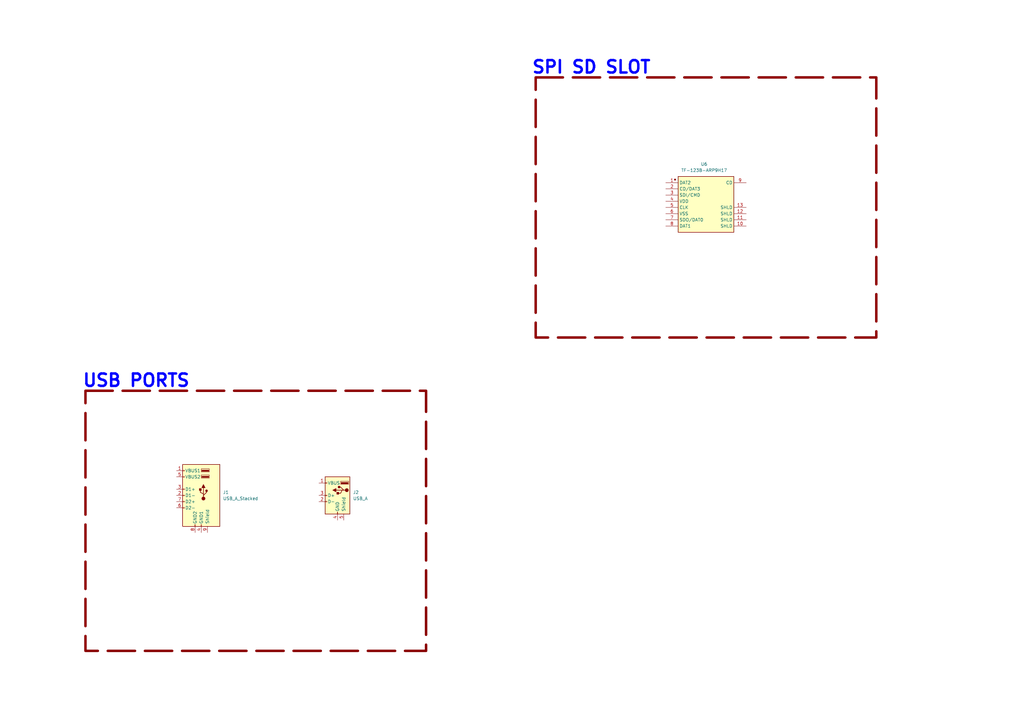
<source format=kicad_sch>
(kicad_sch (version 20250114) (generator "eeschema") (generator_version "9.0")
  (paper "A3")
  (title_block (title "ThingsGate-1") (rev "1"))
  (lib_symbols
    (symbol "ThingsGate-1:TF-123B-ARP9H17"
      (property "Reference" "U6" (at -0.762 27.94 0))
      (property "Value" "TF-123B-ARP9H17" (at -0.762 25.4 0))
      (symbol "TF-123B-ARP9H17_0_0"
        (circle (center -12.7 21.59) (radius 0.254) (stroke (width 0.254)) (fill (type outline)))
        (pin unspecified line (at -16.51 20.32 0) (length 5.08) (name "DAT2") (number "1"))
        (pin unspecified line (at -16.51 17.78 0) (length 5.08) (name "CD/DAT3") (number "2"))
        (pin unspecified line (at -16.51 12.7 0) (length 5.08) (name "VDD") (number "4"))
        (pin unspecified line (at -16.51 10.16 0) (length 5.08) (name "CLK") (number "5"))
        (pin unspecified line (at -16.51 7.62 0) (length 5.08) (name "VSS") (number "6"))
        (pin unspecified line (at -16.51 2.54 0) (length 5.08) (name "DAT1") (number "8"))
        (pin unspecified line (at 16.51 7.62 180) (length 5.08) (name "SHLD") (number "12"))
        (pin unspecified line (at 16.51 5.08 180) (length 5.08) (name "SHLD") (number "11"))
        (pin unspecified line (at 16.51 2.54 180) (length 5.08) (name "SHLD") (number "10"))
      )
      (symbol "TF-123B-ARP9H17_1_0"
        (rectangle (start -11.43 22.86) (end 11.43 0) (stroke (width 0.254)) (fill (type background)))
        (pin unspecified line (at -16.51 15.24 0) (length 5.08) (name "SDI/CMD") (number "3"))
        (pin unspecified line (at -16.51 5.08 0) (length 5.08) (name "SDO/DAT0") (number "7"))
        (pin unspecified line (at 16.51 20.32 180) (length 5.08) (name "CD") (number "9"))
        (pin unspecified line (at 16.51 10.16 180) (length 5.08) (name "SHLD") (number "13"))
      )
    )
    (symbol "ThingsGate-1:USB_A" (pin_names (offset 1.016))
      (property "Reference" "J" (at -5.08 11.43 0))
      (property "Value" "USB_A" (at -5.08 8.89 0))
      (symbol "USB_A_0_1"
        (rectangle (start -5.08 7.62) (end 5.08 -7.62) (stroke (width 0.254)) (fill (type background)))
        (circle (center -3.81 2.159) (radius 0.635) (stroke (width 0.254)) (fill (type outline)))
        (polyline (pts (xy -3.175 2.159) (xy -2.54 2.159) (xy -1.27 3.429) (xy -0.635 3.429)) (stroke (width 0.254)))
        (polyline (pts (xy -2.54 2.159) (xy -1.905 2.159) (xy -1.27 0.889) (xy 0 0.889)) (stroke (width 0.254)))
        (rectangle (start -1.524 4.826) (end -4.318 5.334) (fill (type outline)))
        (rectangle (start -1.27 4.572) (end -4.572 5.842))
        (circle (center -0.635 3.429) (radius 0.381) (stroke (width 0.254)) (fill (type outline)))
        (rectangle (start -0.127 -7.62) (end 0.127 -6.858))
        (rectangle (start 0.254 1.27) (end -0.508 0.508) (stroke (width 0.254)) (fill (type outline)))
        (polyline (pts (xy 0.635 2.794) (xy 0.635 1.524) (xy 1.905 2.159) (xy 0.635 2.794)) (stroke (width 0.254)) (fill (type outline)))
        (rectangle (start 5.08 4.953) (end 4.318 5.207))
        (rectangle (start 5.08 -0.127) (end 4.318 0.127))
        (rectangle (start 5.08 -2.667) (end 4.318 -2.413))
      )
      (symbol "USB_A_1_1"
        (polyline (pts (xy -1.905 2.159) (xy 0.635 2.159)) (stroke (width 0.254)))
        (pin passive line (at -2.54 -10.16 90) (length 2.54) (name "Shield") (number "5"))
        (pin power_in line (at 0 -10.16 90) (length 2.54) (name "GND") (number "4"))
        (pin power_in line (at 7.62 5.08 180) (length 2.54) (name "VBUS") (number "1"))
        (pin bidirectional line (at 7.62 0 180) (length 2.54) (name "D+") (number "3"))
        (pin bidirectional line (at 7.62 -2.54 180) (length 2.54) (name "D-") (number "2"))
      )
    )
    (symbol "ThingsGate-1:USB_A_Stacked" (pin_names (offset 1.016))
      (property "Reference" "J" (at 0 15.875 0))
      (property "Value" "USB_A_Stacked" (at 0 13.97 0))
      (symbol "USB_A_Stacked_0_1"
        (rectangle (start -7.62 12.7) (end 7.62 -12.7) (stroke (width 0.254)) (fill (type background)))
        (circle (center -2.159 1.905) (radius 0.381) (stroke (width 0.254)) (fill (type outline)))
        (polyline (pts (xy -1.524 3.175) (xy -0.254 3.175) (xy -0.889 4.445) (xy -1.524 3.175)) (stroke (width 0.254)) (fill (type outline)))
        (polyline (pts (xy -0.889 0) (xy -0.889 0.635) (xy 0.381 1.27) (xy 0.381 2.54)) (stroke (width 0.254)))
        (polyline (pts (xy -0.889 -0.635) (xy -0.889 0) (xy -2.159 1.27) (xy -2.159 1.905)) (stroke (width 0.254)))
        (circle (center -0.889 -1.27) (radius 0.635) (stroke (width 0.254)) (fill (type outline)))
        (rectangle (start -0.254 9.906) (end -3.048 10.414) (fill (type outline)))
        (rectangle (start -0.254 7.366) (end -3.048 7.874) (fill (type outline)))
        (rectangle (start -0.127 -12.7) (end 0.127 -11.938))
        (rectangle (start 0 9.652) (end -3.302 10.922))
        (rectangle (start 0 7.112) (end -3.302 8.382))
        (rectangle (start 0 2.794) (end 0.762 2.032) (stroke (width 0.254)) (fill (type outline)))
        (rectangle (start 2.413 -12.7) (end 2.667 -11.938))
        (rectangle (start 7.62 10.033) (end 6.858 10.287))
        (rectangle (start 7.62 7.493) (end 6.858 7.747))
        (rectangle (start 7.62 2.413) (end 6.858 2.667))
        (rectangle (start 7.62 -0.127) (end 6.858 0.127))
        (rectangle (start 7.62 -2.667) (end 6.858 -2.413))
        (rectangle (start 7.62 -5.207) (end 6.858 -4.953))
      )
      (symbol "USB_A_Stacked_1_1"
        (polyline (pts (xy -0.889 0.635) (xy -0.889 3.175)) (stroke (width 0.254)))
        (pin passive line (at -2.54 -15.24 90) (length 2.54) (name "Shield") (number "9"))
        (pin power_in line (at 0 -15.24 90) (length 2.54) (name "GND1") (number "4"))
        (pin power_in line (at 2.54 -15.24 90) (length 2.54) (name "GND2") (number "8"))
        (pin power_in line (at 10.16 10.16 180) (length 2.54) (name "VBUS1") (number "1"))
        (pin power_in line (at 10.16 7.62 180) (length 2.54) (name "VBUS2") (number "5"))
        (pin bidirectional line (at 10.16 2.54 180) (length 2.54) (name "D1+") (number "3"))
        (pin bidirectional line (at 10.16 0 180) (length 2.54) (name "D1-") (number "2"))
        (pin bidirectional line (at 10.16 -2.54 180) (length 2.54) (name "D2+") (number "7"))
        (pin bidirectional line (at 10.16 -5.08 180) (length 2.54) (name "D2-") (number "6"))
      )
    )
  )
  (rectangle (start 35.052 160.274) (end 174.752 266.954) (stroke (width 1.016) (type dash) (color 132 0 0 1)))
  (rectangle (start 219.71 31.75) (end 359.41 138.43) (stroke (width 1.016) (type dash) (color 132 0 0 1)))
  (text "USB PORTS" (at 55.88 156.21 0) (effects (font (size 5.08 5.08) (thickness 1.016) (bold yes))))
  (text "SPI SD SLOT" (at 242.57 27.686 0) (effects (font (size 5.08 5.08) (thickness 1.016) (bold yes))))
  (symbol (lib_id "ThingsGate-1:USB_A") (at 138.43 203.2 0) (mirror y) (unit 1)
    (property "Reference" "J2" (at 144.78 201.9299 0) (effects (justify right)))
    (property "Value" "USB_A" (at 144.78 204.4699 0) (effects (justify right)))
    (property "Footprint" "ThingsGate-1:USB_TYPE_A" (effects (hide yes)))
    (property "Description" "USB Type A connector" (effects (hide yes)))
  )
  (symbol (lib_id "ThingsGate-1:USB_A_Stacked") (at 82.55 203.2 0) (mirror y) (unit 1)
    (property "Reference" "J1" (at 91.44 201.9299 0) (effects (justify right)))
    (property "Value" "USB_A_Stacked" (at 91.44 204.4699 0) (effects (justify right)))
    (property "Footprint" "ThingsGate-1:DUAL_USB-TYPE_A" (effects (hide yes)))
    (property "Description" "USB Type A connector, stacked" (effects (hide yes)))
  )
  (symbol (lib_id "ThingsGate-1:TF-123B-ARP9H17") (at 289.56 95.25 0) (unit 1)
    (property "Reference" "U6" (at 288.798 67.31 0))
    (property "Value" "TF-123B-ARP9H17" (at 288.798 69.85 0))
    (property "Footprint" "ThingsGate-1:TF-SMD_TF-123-ARP9H15" (effects (hide yes)))
  )
)
</source>
